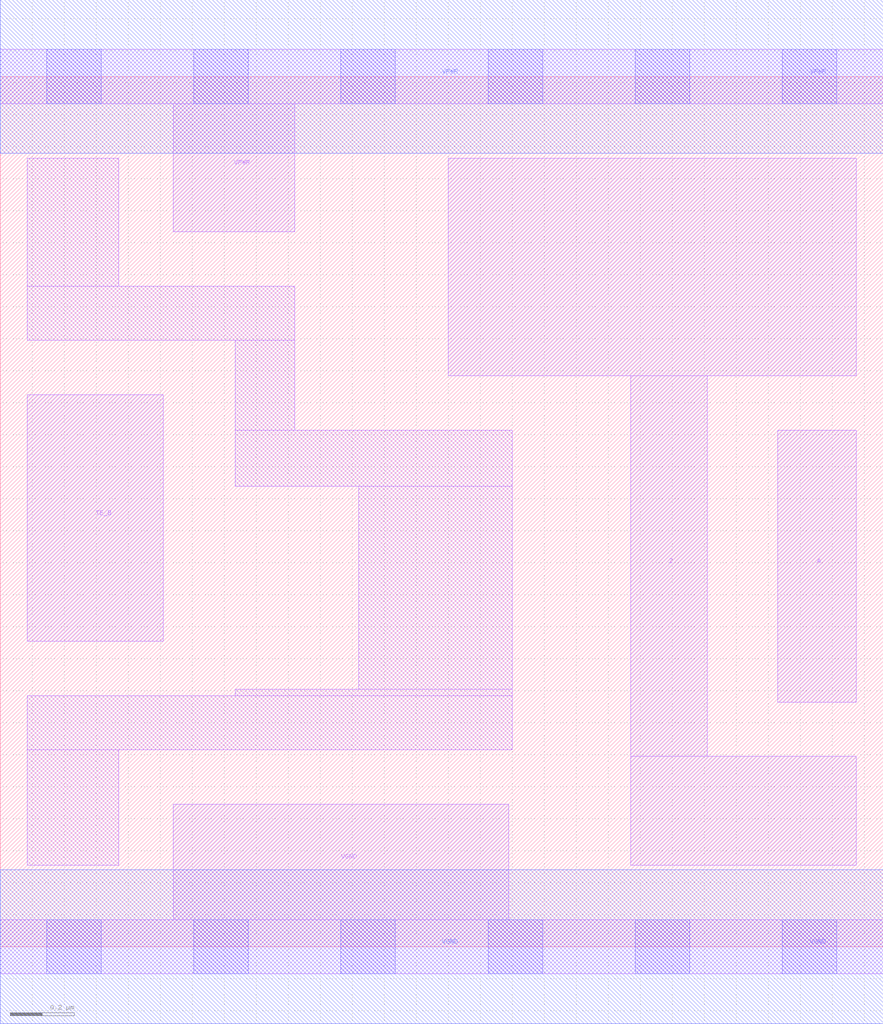
<source format=lef>
# Copyright 2020 The SkyWater PDK Authors
#
# Licensed under the Apache License, Version 2.0 (the "License");
# you may not use this file except in compliance with the License.
# You may obtain a copy of the License at
#
#     https://www.apache.org/licenses/LICENSE-2.0
#
# Unless required by applicable law or agreed to in writing, software
# distributed under the License is distributed on an "AS IS" BASIS,
# WITHOUT WARRANTIES OR CONDITIONS OF ANY KIND, either express or implied.
# See the License for the specific language governing permissions and
# limitations under the License.
#
# SPDX-License-Identifier: Apache-2.0

VERSION 5.7 ;
  NAMESCASESENSITIVE ON ;
  NOWIREEXTENSIONATPIN ON ;
  DIVIDERCHAR "/" ;
  BUSBITCHARS "[]" ;
UNITS
  DATABASE MICRONS 200 ;
END UNITS
PROPERTYDEFINITIONS
  MACRO maskLayoutSubType STRING ;
  MACRO prCellType STRING ;
  MACRO originalViewName STRING ;
END PROPERTYDEFINITIONS
MACRO sky130_fd_sc_hdll__einvn_1
  CLASS CORE ;
  FOREIGN sky130_fd_sc_hdll__einvn_1 ;
  ORIGIN  0.000000  0.000000 ;
  SIZE  2.760000 BY  2.720000 ;
  SYMMETRY X Y R90 ;
  SITE unithd ;
  PIN A
    ANTENNAGATEAREA  0.277500 ;
    DIRECTION INPUT ;
    USE SIGNAL ;
    PORT
      LAYER li1 ;
        RECT 2.430000 0.765000 2.675000 1.615000 ;
    END
  END A
  PIN TE_B
    ANTENNAGATEAREA  0.358200 ;
    DIRECTION INPUT ;
    USE SIGNAL ;
    PORT
      LAYER li1 ;
        RECT 0.085000 0.955000 0.510000 1.725000 ;
    END
  END TE_B
  PIN Z
    ANTENNADIFFAREA  0.471500 ;
    DIRECTION OUTPUT ;
    USE SIGNAL ;
    PORT
      LAYER li1 ;
        RECT 1.400000 1.785000 2.675000 2.465000 ;
        RECT 1.970000 0.255000 2.675000 0.595000 ;
        RECT 1.970000 0.595000 2.210000 1.785000 ;
    END
  END Z
  PIN VGND
    DIRECTION INOUT ;
    USE GROUND ;
    PORT
      LAYER li1 ;
        RECT 0.000000 -0.085000 2.760000 0.085000 ;
        RECT 0.540000  0.085000 1.590000 0.445000 ;
      LAYER mcon ;
        RECT 0.145000 -0.085000 0.315000 0.085000 ;
        RECT 0.605000 -0.085000 0.775000 0.085000 ;
        RECT 1.065000 -0.085000 1.235000 0.085000 ;
        RECT 1.525000 -0.085000 1.695000 0.085000 ;
        RECT 1.985000 -0.085000 2.155000 0.085000 ;
        RECT 2.445000 -0.085000 2.615000 0.085000 ;
      LAYER met1 ;
        RECT 0.000000 -0.240000 2.760000 0.240000 ;
    END
  END VGND
  PIN VPWR
    DIRECTION INOUT ;
    USE POWER ;
    PORT
      LAYER li1 ;
        RECT 0.000000 2.635000 2.760000 2.805000 ;
        RECT 0.540000 2.235000 0.920000 2.635000 ;
      LAYER mcon ;
        RECT 0.145000 2.635000 0.315000 2.805000 ;
        RECT 0.605000 2.635000 0.775000 2.805000 ;
        RECT 1.065000 2.635000 1.235000 2.805000 ;
        RECT 1.525000 2.635000 1.695000 2.805000 ;
        RECT 1.985000 2.635000 2.155000 2.805000 ;
        RECT 2.445000 2.635000 2.615000 2.805000 ;
      LAYER met1 ;
        RECT 0.000000 2.480000 2.760000 2.960000 ;
    END
  END VPWR
  OBS
    LAYER li1 ;
      RECT 0.085000 0.255000 0.370000 0.615000 ;
      RECT 0.085000 0.615000 1.600000 0.785000 ;
      RECT 0.085000 1.895000 0.920000 2.065000 ;
      RECT 0.085000 2.065000 0.370000 2.465000 ;
      RECT 0.735000 0.785000 1.600000 0.805000 ;
      RECT 0.735000 1.440000 1.600000 1.615000 ;
      RECT 0.735000 1.615000 0.920000 1.895000 ;
      RECT 1.120000 0.805000 1.600000 1.440000 ;
  END
  PROPERTY maskLayoutSubType "abstract" ;
  PROPERTY prCellType "standard" ;
  PROPERTY originalViewName "layout" ;
END sky130_fd_sc_hdll__einvn_1

</source>
